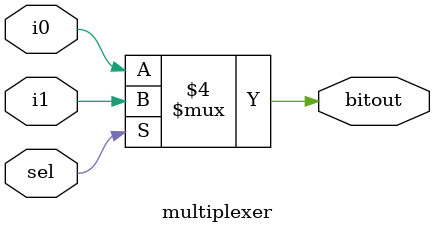
<source format=v>
module CarrySelectAdder (
  input [3:0] A,
  input [3:0] B,
  input carry_in,
  output carry_out,
  output [3:0]s);
  wire [3:0] temp0, temp1;
  wire [3:0]carry0, carry1;
    fulladder fa00(A[0],B[0],1'b0,temp0[0],carry0[0]);
    fulladder fa01(A[1],B[1],carry0[0],temp0[1],carry0[1]);
    fulladder fa02(A[2],B[2],carry0[1],temp0[2],carry0[2]);
    fulladder fa03(A[3],B[3],carry0[2],temp0[3],carry0[3]);
    
    fulladder fa10(A[0],B[0],1'b0,temp1[0],carry1[0]);
    fulladder fa11(A[1],B[1],carry1[0],temp1[1],carry1[1]);
    fulladder fa12(A[2],B[2],carry1[1],temp1[2],carry1[2]);
    fulladder fa13(A[3],B[3],carry1[2],temp1[3],carry1[3]);
    
    multiplexer mux_carry (carry0[3],carry1[3],cin,cout);
    multiplexer mux_sum0(temp0[0],temp1[0],cin,s[0]);
    multiplexer mux_sum1(temp0[1],temp1[1],cin,s[1]);
    multiplexer mux_sum2(temp0[2],temp1[2],cin,s[2]);
    multiplexer mux_sum3(temp0[3],temp1[3],cin,s[3]);
endmodule
module fulladder(
    input a,b,cin,
    output sum,carry);
    assign sum=a^b^cin;
    assign carry=(a&b)|(cin&a)|(b&cin); 
endmodule
module multiplexer(
    input i0,i1,sel,
    output reg bitout);
    always@(i0,i1,sel)
    begin
    if(sel==0)
        bitout=i0;
    else
        bitout=i1;
    end
endmodule
</source>
